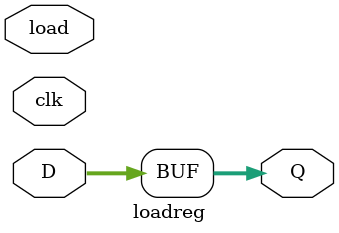
<source format=v>
`timescale 1ns / 1ps


module loadreg(
    input clk, load,
    input [8:0] D,
    output reg [8:0] Q);
    
initial Q = 0;
always @(load) begin
    Q <= D;
end
endmodule

</source>
